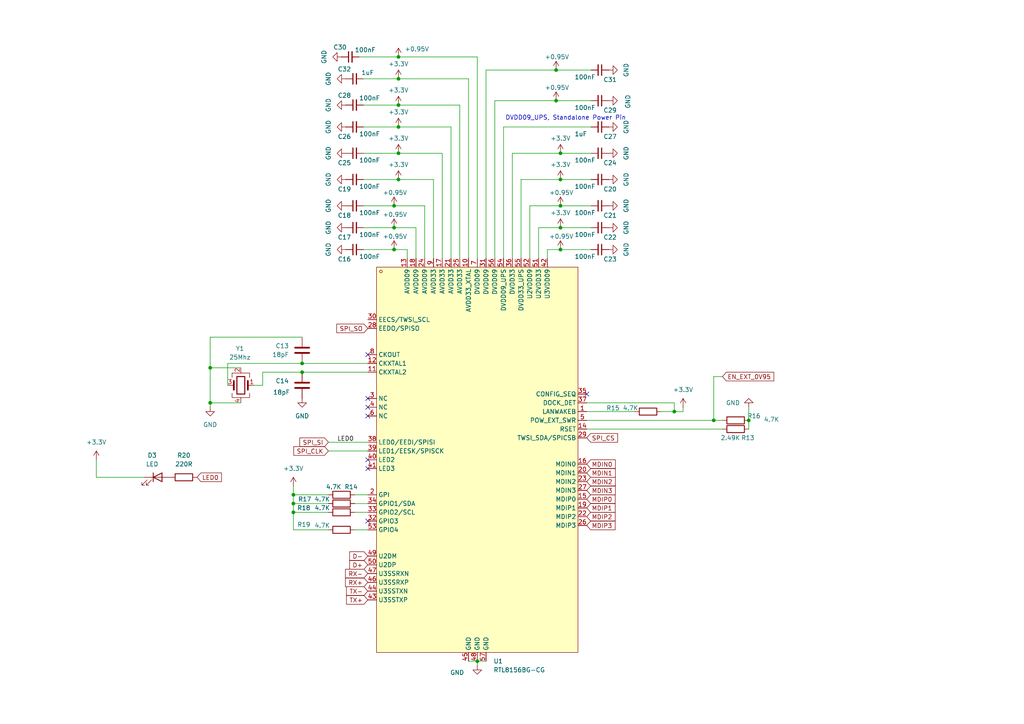
<source format=kicad_sch>
(kicad_sch (version 20250114) (generator "eeschema") (generator_version "9.0")
  (paper "A4")
  (lib_symbols
    (symbol "Device:C" (pin_numbers (hide yes)) (pin_names (offset 0.254))
      (property "Reference" "C" (at 0.635 2.54 0))
      (property "Value" "C" (at 0.635 -2.54 0))
      (symbol "C_0_1"
        (polyline (pts (xy -2.032 0.762) (xy 2.032 0.762)) (stroke (width 0.508)))
        (polyline (pts (xy -2.032 -0.762) (xy 2.032 -0.762)) (stroke (width 0.508)))
      )
      (symbol "C_1_1"
        (pin passive line (at 0 3.81 270) (length 2.794) (name "~") (number "1"))
        (pin passive line (at 0 -3.81 90) (length 2.794) (name "~") (number "2"))
      )
    )
    (symbol "Device:C_Small" (pin_numbers (hide yes)) (pin_names (offset 0.254) (hide yes))
      (property "Reference" "C" (at 0.254 1.778 0))
      (property "Value" "C_Small" (at 0.254 -2.032 0))
      (symbol "C_Small_0_1"
        (polyline (pts (xy -1.524 0.508) (xy 1.524 0.508)) (stroke (width 0.3048)))
        (polyline (pts (xy -1.524 -0.508) (xy 1.524 -0.508)) (stroke (width 0.3302)))
      )
      (symbol "C_Small_1_1"
        (pin passive line (at 0 2.54 270) (length 2.032) (name "~") (number "1"))
        (pin passive line (at 0 -2.54 90) (length 2.032) (name "~") (number "2"))
      )
    )
    (symbol "Device:Crystal_GND24" (pin_names (offset 1.016) (hide yes))
      (property "Reference" "Y" (at 3.175 5.08 0))
      (property "Value" "Crystal_GND24" (at 3.175 3.175 0))
      (symbol "Crystal_GND24_0_1"
        (polyline (pts (xy -2.54 2.286) (xy -2.54 3.556) (xy 2.54 3.556) (xy 2.54 2.286)))
        (polyline (pts (xy -2.54 0) (xy -2.032 0)))
        (polyline (pts (xy -2.54 -2.286) (xy -2.54 -3.556) (xy 2.54 -3.556) (xy 2.54 -2.286)))
        (polyline (pts (xy -2.032 -1.27) (xy -2.032 1.27)) (stroke (width 0.508)))
        (rectangle (start -1.143 2.54) (end 1.143 -2.54) (stroke (width 0.3048)))
        (polyline (pts (xy 0 3.556) (xy 0 3.81)))
        (polyline (pts (xy 0 -3.81) (xy 0 -3.556)))
        (polyline (pts (xy 2.032 0) (xy 2.54 0)))
        (polyline (pts (xy 2.032 -1.27) (xy 2.032 1.27)) (stroke (width 0.508)))
      )
      (symbol "Crystal_GND24_1_1"
        (pin passive line (at -3.81 0 0) (length 1.27) (name "1") (number "1"))
        (pin passive line (at 0 5.08 270) (length 1.27) (name "2") (number "2"))
        (pin passive line (at 0 -5.08 90) (length 1.27) (name "4") (number "4"))
        (pin passive line (at 3.81 0 180) (length 1.27) (name "3") (number "3"))
      )
    )
    (symbol "Device:LED" (pin_numbers (hide yes)) (pin_names (offset 1.016) (hide yes))
      (property "Reference" "D" (at 0 2.54 0))
      (property "Value" "LED" (at 0 -2.54 0))
      (symbol "LED_0_1"
        (polyline (pts (xy -3.048 -0.762) (xy -4.572 -2.286) (xy -3.81 -2.286) (xy -4.572 -2.286) (xy -4.572 -1.524)))
        (polyline (pts (xy -1.778 -0.762) (xy -3.302 -2.286) (xy -2.54 -2.286) (xy -3.302 -2.286) (xy -3.302 -1.524)))
        (polyline (pts (xy -1.27 0) (xy 1.27 0)))
        (polyline (pts (xy -1.27 -1.27) (xy -1.27 1.27)) (stroke (width 0.254)))
        (polyline (pts (xy 1.27 -1.27) (xy 1.27 1.27) (xy -1.27 0) (xy 1.27 -1.27)) (stroke (width 0.254)))
      )
      (symbol "LED_1_1"
        (pin passive line (at -3.81 0 0) (length 2.54) (name "K") (number "1"))
        (pin passive line (at 3.81 0 180) (length 2.54) (name "A") (number "2"))
      )
    )
    (symbol "Device:R" (pin_numbers (hide yes)) (pin_names (offset 0))
      (property "Reference" "R" (at 2.032 0 90))
      (property "Value" "R" (at 0 0 90))
      (symbol "R_0_1"
        (rectangle (start -1.016 -2.54) (end 1.016 2.54) (stroke (width 0.254)))
      )
      (symbol "R_1_1"
        (pin passive line (at 0 3.81 270) (length 1.27) (name "~") (number "1"))
        (pin passive line (at 0 -3.81 90) (length 1.27) (name "~") (number "2"))
      )
    )
    (symbol "da:RTL8156BG-CG"
      (property "Reference" "U" (at 0 63.5 0))
      (property "Value" "RTL8156BG-CG" (at 0 -63.5 0))
      (symbol "RTL8156BG-CG_0_1"
        (rectangle (start -29.21 55.88) (end 29.21 -55.88) (fill (type background)))
        (circle (center -27.94 54.61) (radius 0.38))
        (pin unspecified line (at -31.75 40.64 0) (length 2.54) (name "EECS/TWSI_SCL") (number "30"))
        (pin unspecified line (at -31.75 38.1 0) (length 2.54) (name "EEDO/SPISO") (number "28"))
        (pin unspecified line (at -31.75 30.48 0) (length 2.54) (name "CKOUT") (number "8"))
        (pin unspecified line (at -31.75 27.94 0) (length 2.54) (name "CKXTAL1") (number "12"))
        (pin unspecified line (at -31.75 25.4 0) (length 2.54) (name "CKXTAL2") (number "11"))
        (pin unspecified line (at -31.75 17.78 0) (length 2.54) (name "NC") (number "3"))
        (pin unspecified line (at -31.75 15.24 0) (length 2.54) (name "NC") (number "4"))
        (pin unspecified line (at -31.75 12.7 0) (length 2.54) (name "NC") (number "6"))
        (pin unspecified line (at -31.75 5.08 0) (length 2.54) (name "LED0/EEDI/SPISI") (number "38"))
        (pin unspecified line (at -31.75 2.54 0) (length 2.54) (name "LED1/EESK/SPISCK") (number "39"))
        (pin unspecified line (at -31.75 0 0) (length 2.54) (name "LED2") (number "40"))
        (pin unspecified line (at -31.75 -2.54 0) (length 2.54) (name "LED3") (number "41"))
        (pin unspecified line (at -31.75 -10.16 0) (length 2.54) (name "GPI") (number "2"))
        (pin unspecified line (at -31.75 -12.7 0) (length 2.54) (name "GPIO1/SDA") (number "34"))
        (pin unspecified line (at -31.75 -15.24 0) (length 2.54) (name "GPIO2/SCL") (number "33"))
        (pin unspecified line (at -31.75 -17.78 0) (length 2.54) (name "GPIO3") (number "32"))
        (pin unspecified line (at -31.75 -20.32 0) (length 2.54) (name "GPIO4") (number "53"))
        (pin unspecified line (at -31.75 -27.94 0) (length 2.54) (name "U2DM") (number "49"))
        (pin unspecified line (at -31.75 -30.48 0) (length 2.54) (name "U2DP") (number "50"))
        (pin unspecified line (at -31.75 -33.02 0) (length 2.54) (name "U3SSRXN") (number "47"))
        (pin unspecified line (at -31.75 -35.56 0) (length 2.54) (name "U3SSRXP") (number "46"))
        (pin unspecified line (at -31.75 -38.1 0) (length 2.54) (name "U3SSTXN") (number "44"))
        (pin unspecified line (at -31.75 -40.64 0) (length 2.54) (name "U3SSTXP") (number "43"))
        (pin unspecified line (at -20.32 58.42 270) (length 2.54) (name "AVDD09") (number "13"))
        (pin unspecified line (at -17.78 58.42 270) (length 2.54) (name "AVDD09") (number "18"))
        (pin unspecified line (at -15.24 58.42 270) (length 2.54) (name "AVDD09") (number "24"))
        (pin unspecified line (at -12.7 58.42 270) (length 2.54) (name "AVDD33") (number "9"))
        (pin unspecified line (at -10.16 58.42 270) (length 2.54) (name "AVDD33") (number "17"))
        (pin unspecified line (at -7.62 58.42 270) (length 2.54) (name "AVDD33") (number "21"))
        (pin unspecified line (at -5.08 58.42 270) (length 2.54) (name "AVDD33") (number "25"))
        (pin unspecified line (at -2.54 58.42 270) (length 2.54) (name "AVDD33_XTAL") (number "10"))
        (pin unspecified line (at -2.54 -58.42 90) (length 2.54) (name "GND") (number "45"))
        (pin unspecified line (at 0 58.42 270) (length 2.54) (name "DVDD09") (number "7"))
        (pin unspecified line (at 0 -58.42 90) (length 2.54) (name "GND") (number "48"))
        (pin unspecified line (at 2.54 58.42 270) (length 2.54) (name "DVDD09") (number "31"))
        (pin unspecified line (at 2.54 -58.42 90) (length 2.54) (name "GND") (number "57"))
        (pin unspecified line (at 5.08 58.42 270) (length 2.54) (name "DVDD09") (number "56"))
        (pin unspecified line (at 7.62 58.42 270) (length 2.54) (name "DVDD09_UPS") (number "54"))
        (pin unspecified line (at 10.16 58.42 270) (length 2.54) (name "DVDD33") (number "36"))
        (pin unspecified line (at 12.7 58.42 270) (length 2.54) (name "DVDD33_UPS") (number "55"))
        (pin unspecified line (at 15.24 58.42 270) (length 2.54) (name "U2VDD09") (number "52"))
        (pin unspecified line (at 17.78 58.42 270) (length 2.54) (name "U2VDD33") (number "51"))
        (pin unspecified line (at 20.32 58.42 270) (length 2.54) (name "U3VDD09") (number "42"))
        (pin unspecified line (at 31.75 19.05 180) (length 2.54) (name "CONFIG_SEQ") (number "35"))
        (pin unspecified line (at 31.75 16.51 180) (length 2.54) (name "DOCK_DET") (number "37"))
        (pin unspecified line (at 31.75 13.97 180) (length 2.54) (name "LANWAKEB") (number "1"))
        (pin unspecified line (at 31.75 11.43 180) (length 2.54) (name "POW_EXT_SWR") (number "5"))
        (pin unspecified line (at 31.75 8.89 180) (length 2.54) (name "RSET") (number "14"))
        (pin unspecified line (at 31.75 6.35 180) (length 2.54) (name "TWSI_SDA/SPICSB") (number "29"))
        (pin unspecified line (at 31.75 -1.27 180) (length 2.54) (name "MDIN0") (number "16"))
        (pin unspecified line (at 31.75 -3.81 180) (length 2.54) (name "MDIN1") (number "20"))
        (pin unspecified line (at 31.75 -6.35 180) (length 2.54) (name "MDIN2") (number "23"))
        (pin unspecified line (at 31.75 -8.89 180) (length 2.54) (name "MDIN3") (number "27"))
        (pin unspecified line (at 31.75 -11.43 180) (length 2.54) (name "MDIP0") (number "15"))
        (pin unspecified line (at 31.75 -13.97 180) (length 2.54) (name "MDIP1") (number "19"))
        (pin unspecified line (at 31.75 -16.51 180) (length 2.54) (name "MDIP2") (number "22"))
        (pin unspecified line (at 31.75 -19.05 180) (length 2.54) (name "MDIP3") (number "26"))
      )
    )
    (symbol "power:+1V0" (power) (pin_numbers (hide yes)) (pin_names (offset 0) (hide yes))
      (property "Value" "+1V0" (at 0 3.556 0))
      (symbol "+1V0_0_1"
        (polyline (pts (xy -0.762 1.27) (xy 0 2.54)))
        (polyline (pts (xy 0 2.54) (xy 0.762 1.27)))
        (polyline (pts (xy 0 0) (xy 0 2.54)))
      )
      (symbol "+1V0_1_1"
        (pin power_in line (at 0 0 90) (length 0) (name "~") (number "1"))
      )
    )
    (symbol "power:+3.3V" (power) (pin_numbers (hide yes)) (pin_names (offset 0) (hide yes))
      (property "Value" "+3.3V" (at 0 3.556 0))
      (symbol "+3.3V_0_1"
        (polyline (pts (xy -0.762 1.27) (xy 0 2.54)))
        (polyline (pts (xy 0 2.54) (xy 0.762 1.27)))
        (polyline (pts (xy 0 0) (xy 0 2.54)))
      )
      (symbol "+3.3V_1_1"
        (pin power_in line (at 0 0 90) (length 0) (name "~") (number "1"))
      )
    )
    (symbol "power:GND" (power) (pin_numbers (hide yes)) (pin_names (offset 0) (hide yes))
      (property "Value" "GND" (at 0 -3.81 0))
      (symbol "GND_0_1"
        (polyline (pts (xy 0 0) (xy 0 -1.27) (xy 1.27 -1.27) (xy 0 -2.54) (xy -1.27 -1.27) (xy 0 -1.27)))
      )
      (symbol "GND_1_1"
        (pin power_in line (at 0 0 270) (length 0) (name "~") (number "1"))
      )
    )
  )
  (text "DVDD09_UPS, Standalone Power Pin" (at 164.084 34.29 0) (effects (font (size 1.27 1.27))))
  (junction (at 87.63 105.41))
  (junction (at 162.56 44.45))
  (junction (at 207.01 121.92))
  (junction (at 162.56 59.69))
  (junction (at 195.58 119.38))
  (junction (at 85.09 148.59))
  (junction (at 162.56 72.39))
  (junction (at 115.57 16.51))
  (junction (at 85.09 143.51))
  (junction (at 87.63 107.95))
  (junction (at 115.57 44.45))
  (junction (at 162.56 52.07))
  (junction (at 161.29 29.21))
  (junction (at 162.56 66.04))
  (junction (at 161.29 20.32))
  (junction (at 60.96 116.84))
  (junction (at 114.3 72.39))
  (junction (at 85.09 146.05))
  (junction (at 114.3 59.69))
  (junction (at 115.57 30.48))
  (junction (at 115.57 36.83))
  (junction (at 217.17 121.92))
  (junction (at 114.3 66.04))
  (junction (at 115.57 52.07))
  (junction (at 115.57 22.86))
  (junction (at 60.96 106.68))
  (junction (at 138.43 191.77))
  (no_connect (at 106.68 115.57))
  (no_connect (at 106.68 120.65))
  (no_connect (at 106.68 102.87))
  (no_connect (at 106.68 133.35))
  (no_connect (at 106.68 118.11))
  (no_connect (at 170.18 114.3))
  (no_connect (at 106.68 151.13))
  (no_connect (at 106.68 135.89))
  (wire (pts (xy 115.57 22.86) (xy 135.89 22.86)))
  (wire (pts (xy 161.29 20.32) (xy 171.45 20.32)))
  (wire (pts (xy 87.63 105.41) (xy 66.04 105.41)))
  (wire (pts (xy 170.18 121.92) (xy 207.01 121.92)))
  (wire (pts (xy 135.89 191.77) (xy 138.43 191.77)))
  (wire (pts (xy 85.09 146.05) (xy 95.25 146.05)))
  (wire (pts (xy 85.09 143.51) (xy 95.25 143.51)))
  (wire (pts (xy 171.45 59.69) (xy 162.56 59.69)))
  (wire (pts (xy 170.18 124.46) (xy 209.55 124.46)))
  (wire (pts (xy 120.65 66.04) (xy 120.65 74.93)))
  (wire (pts (xy 133.35 30.48) (xy 133.35 74.93)))
  (wire (pts (xy 85.09 148.59) (xy 95.25 148.59)))
  (wire (pts (xy 104.14 16.51) (xy 115.57 16.51)))
  (wire (pts (xy 105.41 59.69) (xy 114.3 59.69)))
  (wire (pts (xy 209.55 109.22) (xy 207.01 109.22)))
  (wire (pts (xy 198.12 119.38) (xy 195.58 119.38)))
  (wire (pts (xy 207.01 109.22) (xy 207.01 121.92)))
  (wire (pts (xy 123.19 59.69) (xy 123.19 74.93)))
  (wire (pts (xy 171.45 66.04) (xy 162.56 66.04)))
  (wire (pts (xy 146.05 36.83) (xy 146.05 74.93)))
  (wire (pts (xy 85.09 146.05) (xy 85.09 143.51)))
  (wire (pts (xy 198.12 118.11) (xy 198.12 119.38)))
  (wire (pts (xy 195.58 119.38) (xy 191.77 119.38)))
  (wire (pts (xy 106.68 105.41) (xy 87.63 105.41)))
  (wire (pts (xy 102.87 148.59) (xy 106.68 148.59)))
  (wire (pts (xy 162.56 44.45) (xy 171.45 44.45)))
  (wire (pts (xy 76.2 111.76) (xy 76.2 107.95)))
  (wire (pts (xy 85.09 140.97) (xy 85.09 143.51)))
  (wire (pts (xy 140.97 20.32) (xy 140.97 74.93)))
  (wire (pts (xy 85.09 148.59) (xy 85.09 146.05)))
  (wire (pts (xy 138.43 191.77) (xy 140.97 191.77)))
  (wire (pts (xy 158.75 72.39) (xy 158.75 74.93)))
  (wire (pts (xy 105.41 52.07) (xy 115.57 52.07)))
  (wire (pts (xy 114.3 72.39) (xy 118.11 72.39)))
  (wire (pts (xy 135.89 22.86) (xy 135.89 74.93)))
  (wire (pts (xy 184.15 119.38) (xy 170.18 119.38)))
  (wire (pts (xy 66.04 105.41) (xy 66.04 111.76)))
  (wire (pts (xy 148.59 44.45) (xy 162.56 44.45)))
  (wire (pts (xy 130.81 36.83) (xy 130.81 74.93)))
  (wire (pts (xy 195.58 116.84) (xy 195.58 119.38)))
  (wire (pts (xy 102.87 146.05) (xy 106.68 146.05)))
  (wire (pts (xy 156.21 66.04) (xy 156.21 74.93)))
  (wire (pts (xy 125.73 52.07) (xy 125.73 74.93)))
  (wire (pts (xy 114.3 66.04) (xy 120.65 66.04)))
  (wire (pts (xy 162.56 72.39) (xy 158.75 72.39)))
  (wire (pts (xy 60.96 106.68) (xy 60.96 116.84)))
  (wire (pts (xy 69.85 106.68) (xy 60.96 106.68)))
  (wire (pts (xy 105.41 22.86) (xy 115.57 22.86)))
  (wire (pts (xy 148.59 44.45) (xy 148.59 74.93)))
  (wire (pts (xy 85.09 153.67) (xy 95.25 153.67)))
  (wire (pts (xy 138.43 191.77) (xy 138.43 193.04)))
  (wire (pts (xy 115.57 52.07) (xy 125.73 52.07)))
  (wire (pts (xy 115.57 44.45) (xy 105.41 44.45)))
  (wire (pts (xy 95.25 128.27) (xy 106.68 128.27)))
  (wire (pts (xy 128.27 44.45) (xy 128.27 74.93)))
  (wire (pts (xy 161.29 29.21) (xy 143.51 29.21)))
  (wire (pts (xy 102.87 143.51) (xy 106.68 143.51)))
  (wire (pts (xy 105.41 30.48) (xy 115.57 30.48)))
  (wire (pts (xy 217.17 124.46) (xy 217.17 121.92)))
  (wire (pts (xy 114.3 59.69) (xy 123.19 59.69)))
  (wire (pts (xy 118.11 72.39) (xy 118.11 74.93)))
  (wire (pts (xy 115.57 30.48) (xy 133.35 30.48)))
  (wire (pts (xy 151.13 52.07) (xy 151.13 74.93)))
  (wire (pts (xy 87.63 97.79) (xy 60.96 97.79)))
  (wire (pts (xy 171.45 72.39) (xy 162.56 72.39)))
  (wire (pts (xy 143.51 29.21) (xy 143.51 74.93)))
  (wire (pts (xy 170.18 116.84) (xy 195.58 116.84)))
  (wire (pts (xy 102.87 153.67) (xy 106.68 153.67)))
  (wire (pts (xy 85.09 153.67) (xy 85.09 148.59)))
  (wire (pts (xy 140.97 20.32) (xy 161.29 20.32)))
  (wire (pts (xy 115.57 16.51) (xy 138.43 16.51)))
  (wire (pts (xy 105.41 66.04) (xy 114.3 66.04)))
  (wire (pts (xy 153.67 59.69) (xy 153.67 74.93)))
  (wire (pts (xy 217.17 121.92) (xy 217.17 118.11)))
  (wire (pts (xy 69.85 116.84) (xy 60.96 116.84)))
  (wire (pts (xy 138.43 16.51) (xy 138.43 74.93)))
  (wire (pts (xy 95.25 130.81) (xy 106.68 130.81)))
  (wire (pts (xy 115.57 36.83) (xy 130.81 36.83)))
  (wire (pts (xy 27.94 133.35) (xy 27.94 138.43)))
  (wire (pts (xy 171.45 36.83) (xy 146.05 36.83)))
  (wire (pts (xy 27.94 138.43) (xy 41.91 138.43)))
  (wire (pts (xy 106.68 107.95) (xy 87.63 107.95)))
  (wire (pts (xy 171.45 29.21) (xy 161.29 29.21)))
  (wire (pts (xy 171.45 52.07) (xy 162.56 52.07)))
  (wire (pts (xy 162.56 66.04) (xy 156.21 66.04)))
  (wire (pts (xy 60.96 97.79) (xy 60.96 106.68)))
  (wire (pts (xy 105.41 36.83) (xy 115.57 36.83)))
  (wire (pts (xy 207.01 121.92) (xy 209.55 121.92)))
  (wire (pts (xy 76.2 111.76) (xy 73.66 111.76)))
  (wire (pts (xy 162.56 52.07) (xy 151.13 52.07)))
  (wire (pts (xy 87.63 107.95) (xy 76.2 107.95)))
  (wire (pts (xy 162.56 59.69) (xy 153.67 59.69)))
  (wire (pts (xy 60.96 116.84) (xy 60.96 118.11)))
  (wire (pts (xy 128.27 44.45) (xy 115.57 44.45)))
  (wire (pts (xy 105.41 72.39) (xy 114.3 72.39)))
  (label "LED0" (at 97.79 128.27 0))
  (global_label "SPI_SI" (shape input) (at 95.25 128.27 180) (property "Intersheetrefs" "${INTERSHEET_REFS}" (effects (hide yes))))
  (global_label "D+" (shape input) (at 106.68 163.83 180) (property "Intersheetrefs" "${INTERSHEET_REFS}" (effects (hide yes))))
  (global_label "MDIP3" (shape input) (at 170.18 152.4 0) (property "Intersheetrefs" "${INTERSHEET_REFS}" (effects (hide yes))))
  (global_label "EN_EXT_0V95" (shape input) (at 209.55 109.22 0) (property "Intersheetrefs" "${INTERSHEET_REFS}" (effects (hide yes))))
  (global_label "MDIP0" (shape input) (at 170.18 144.78 0) (property "Intersheetrefs" "${INTERSHEET_REFS}" (effects (hide yes))))
  (global_label "SPI_CLK" (shape input) (at 95.25 130.81 180) (property "Intersheetrefs" "${INTERSHEET_REFS}" (effects (hide yes))))
  (global_label "SPI_CS" (shape input) (at 170.18 127 0) (property "Intersheetrefs" "${INTERSHEET_REFS}" (effects (hide yes))))
  (global_label "MDIN2" (shape input) (at 170.18 139.7 0) (property "Intersheetrefs" "${INTERSHEET_REFS}" (effects (hide yes))))
  (global_label "MDIN1" (shape input) (at 170.18 137.16 0) (property "Intersheetrefs" "${INTERSHEET_REFS}" (effects (hide yes))))
  (global_label "MDIP1" (shape input) (at 170.18 147.32 0) (property "Intersheetrefs" "${INTERSHEET_REFS}" (effects (hide yes))))
  (global_label "TX+" (shape input) (at 106.68 173.99 180) (property "Intersheetrefs" "${INTERSHEET_REFS}" (effects (hide yes))))
  (global_label "MDIP2" (shape input) (at 170.18 149.86 0) (property "Intersheetrefs" "${INTERSHEET_REFS}" (effects (hide yes))))
  (global_label "D-" (shape input) (at 106.68 161.29 180) (property "Intersheetrefs" "${INTERSHEET_REFS}" (effects (hide yes))))
  (global_label "TX-" (shape input) (at 106.68 171.45 180) (property "Intersheetrefs" "${INTERSHEET_REFS}" (effects (hide yes))))
  (global_label "RX-" (shape input) (at 106.68 166.37 180) (property "Intersheetrefs" "${INTERSHEET_REFS}" (effects (hide yes))))
  (global_label "RX+" (shape input) (at 106.68 168.91 180) (property "Intersheetrefs" "${INTERSHEET_REFS}" (effects (hide yes))))
  (global_label "SPI_SO" (shape input) (at 106.68 95.25 180) (property "Intersheetrefs" "${INTERSHEET_REFS}" (effects (hide yes))))
  (global_label "MDIN0" (shape input) (at 170.18 134.62 0) (property "Intersheetrefs" "${INTERSHEET_REFS}" (effects (hide yes))))
  (global_label "LED0" (shape input) (at 57.15 138.43 0) (property "Intersheetrefs" "${INTERSHEET_REFS}" (effects (hide yes))))
  (global_label "MDIN3" (shape input) (at 170.18 142.24 0) (property "Intersheetrefs" "${INTERSHEET_REFS}" (effects (hide yes))))
  (symbol (lib_id "Device:C") (at 87.63 101.6 0) (mirror y) (unit 1)
    (property "Reference" "C13" (at 83.82 100.3299 0) (effects (justify left)))
    (property "Value" "18pF" (at 83.82 102.8699 0) (effects (justify left)))
    (property "Footprint" "Capacitor_SMD:C_0402_1005Metric" (effects (hide yes)))
    (property "Description" "Unpolarized capacitor" (effects (hide yes)))
  )
  (symbol (lib_id "power:GND") (at 176.53 20.32 90) (mirror x) (unit 1)
    (property "Reference" "#PWR057" (effects (hide yes)))
    (property "Value" "GND" (at 181.61 20.32 0))
    (property "Description" "Power symbol creates a global label with name \"GND\" , ground" (effects (hide yes)))
  )
  (symbol (lib_id "Device:C_Small") (at 102.87 52.07 90) (unit 1)
    (property "Reference" "C19" (at 101.854 54.864 90) (effects (justify left)))
    (property "Value" "100nF" (at 110.236 54.102 90) (effects (justify left)))
    (property "Footprint" "Capacitor_SMD:C_0402_1005Metric" (effects (hide yes)))
    (property "Description" "Unpolarized capacitor, small symbol" (effects (hide yes)))
  )
  (symbol (lib_id "Device:R") (at 187.96 119.38 270) (mirror x) (unit 1)
    (property "Reference" "R15" (at 177.8 118.364 90))
    (property "Value" "4.7K" (at 182.88 118.364 90))
    (property "Footprint" "Resistor_SMD:R_0402_1005Metric" (effects (hide yes)))
    (property "Description" "Resistor" (effects (hide yes)))
  )
  (symbol (lib_id "power:+3.3V") (at 115.57 30.48 0) (unit 1)
    (property "Reference" "#PWR074" (effects (hide yes)))
    (property "Value" "+3.3V" (at 115.57 26.162 0))
    (property "Description" "Power symbol creates a global label with name \"+3.3V\"" (effects (hide yes)))
  )
  (symbol (lib_id "power:+1V0") (at 114.3 59.69 0) (unit 1)
    (property "Reference" "#PWR062" (effects (hide yes)))
    (property "Value" "+0.95V" (at 114.554 55.88 0))
    (property "Description" "Power symbol creates a global label with name \"+1V0\"" (effects (hide yes)))
  )
  (symbol (lib_id "power:GND") (at 100.33 30.48 270) (mirror x) (unit 1)
    (property "Reference" "#PWR054" (effects (hide yes)))
    (property "Value" "GND" (at 95.25 30.48 0))
    (property "Description" "Power symbol creates a global label with name \"GND\" , ground" (effects (hide yes)))
  )
  (symbol (lib_id "power:GND") (at 99.06 16.51 270) (mirror x) (unit 1)
    (property "Reference" "#PWR056" (effects (hide yes)))
    (property "Value" "GND" (at 93.98 16.51 0))
    (property "Description" "Power symbol creates a global label with name \"GND\" , ground" (effects (hide yes)))
  )
  (symbol (lib_id "Device:C_Small") (at 173.99 66.04 270) (mirror x) (unit 1)
    (property "Reference" "C22" (at 175.006 68.834 90) (effects (justify left)))
    (property "Value" "100nF" (at 166.624 68.072 90) (effects (justify left)))
    (property "Footprint" "Capacitor_SMD:C_0402_1005Metric" (effects (hide yes)))
    (property "Description" "Unpolarized capacitor, small symbol" (effects (hide yes)))
  )
  (symbol (lib_id "power:GND") (at 100.33 66.04 270) (unit 1)
    (property "Reference" "#PWR043" (effects (hide yes)))
    (property "Value" "GND" (at 95.25 66.04 0))
    (property "Description" "Power symbol creates a global label with name \"GND\" , ground" (effects (hide yes)))
  )
  (symbol (lib_id "Device:C_Small") (at 101.6 16.51 90) (mirror x) (unit 1)
    (property "Reference" "C30" (at 100.584 13.716 90) (effects (justify left)))
    (property "Value" "100nF" (at 108.966 14.478 90) (effects (justify left)))
    (property "Footprint" "Capacitor_SMD:C_0402_1005Metric" (effects (hide yes)))
    (property "Description" "Unpolarized capacitor, small symbol" (effects (hide yes)))
  )
  (symbol (lib_id "Device:C_Small") (at 173.99 36.83 270) (mirror x) (unit 1)
    (property "Reference" "C27" (at 175.006 39.624 90) (effects (justify left)))
    (property "Value" "1uF" (at 166.624 38.862 90) (effects (justify left)))
    (property "Footprint" "Capacitor_SMD:C_0603_1608Metric" (effects (hide yes)))
    (property "Description" "Unpolarized capacitor, small symbol" (effects (hide yes)))
  )
  (symbol (lib_id "Device:R") (at 99.06 148.59 270) (mirror x) (unit 1)
    (property "Reference" "R18" (at 88.138 147.32 90))
    (property "Value" "4.7K" (at 93.472 147.32 90))
    (property "Footprint" "Resistor_SMD:R_0402_1005Metric" (effects (hide yes)))
    (property "Description" "Resistor" (effects (hide yes)))
  )
  (symbol (lib_id "Device:C_Small") (at 173.99 52.07 270) (mirror x) (unit 1)
    (property "Reference" "C20" (at 175.006 54.864 90) (effects (justify left)))
    (property "Value" "100nF" (at 166.624 54.102 90) (effects (justify left)))
    (property "Footprint" "Capacitor_SMD:C_0402_1005Metric" (effects (hide yes)))
    (property "Description" "Unpolarized capacitor, small symbol" (effects (hide yes)))
  )
  (symbol (lib_id "Device:C_Small") (at 102.87 36.83 90) (unit 1)
    (property "Reference" "C26" (at 101.854 39.624 90) (effects (justify left)))
    (property "Value" "100nF" (at 110.236 38.862 90) (effects (justify left)))
    (property "Footprint" "Capacitor_SMD:C_0402_1005Metric" (effects (hide yes)))
    (property "Description" "Unpolarized capacitor, small symbol" (effects (hide yes)))
  )
  (symbol (lib_id "Device:C_Small") (at 173.99 29.21 270) (mirror x) (unit 1)
    (property "Reference" "C29" (at 175.006 32.004 90) (effects (justify left)))
    (property "Value" "100nF" (at 166.624 31.242 90) (effects (justify left)))
    (property "Footprint" "Capacitor_SMD:C_0402_1005Metric" (effects (hide yes)))
    (property "Description" "Unpolarized capacitor, small symbol" (effects (hide yes)))
  )
  (symbol (lib_id "power:+3.3V") (at 27.94 133.35 0) (unit 1)
    (property "Reference" "#PWR024" (effects (hide yes)))
    (property "Value" "+3.3V" (at 27.94 128.27 0))
    (property "Description" "Power symbol creates a global label with name \"+3.3V\"" (effects (hide yes)))
  )
  (symbol (lib_id "power:GND") (at 87.63 115.57 0) (mirror y) (unit 1)
    (property "Reference" "#PWR028" (effects (hide yes)))
    (property "Value" "GND" (at 87.63 120.65 0))
    (property "Description" "Power symbol creates a global label with name \"GND\" , ground" (effects (hide yes)))
  )
  (symbol (lib_id "power:+1V0") (at 161.29 20.32 0) (unit 1)
    (property "Reference" "#PWR069" (effects (hide yes)))
    (property "Value" "+0.95V" (at 161.544 16.51 0))
    (property "Description" "Power symbol creates a global label with name \"+1V0\"" (effects (hide yes)))
  )
  (symbol (lib_id "Device:R") (at 99.06 146.05 270) (mirror x) (unit 1)
    (property "Reference" "R17" (at 88.392 144.78 90))
    (property "Value" "4.7K" (at 93.472 144.78 90))
    (property "Footprint" "Resistor_SMD:R_0402_1005Metric" (effects (hide yes)))
    (property "Description" "Resistor" (effects (hide yes)))
  )
  (symbol (lib_id "Device:C_Small") (at 173.99 20.32 270) (mirror x) (unit 1)
    (property "Reference" "C31" (at 175.006 23.114 90) (effects (justify left)))
    (property "Value" "100nF" (at 166.624 22.352 90) (effects (justify left)))
    (property "Footprint" "Capacitor_SMD:C_0402_1005Metric" (effects (hide yes)))
    (property "Description" "Unpolarized capacitor, small symbol" (effects (hide yes)))
  )
  (symbol (lib_id "power:GND") (at 176.53 44.45 90) (mirror x) (unit 1)
    (property "Reference" "#PWR050" (effects (hide yes)))
    (property "Value" "GND" (at 181.61 44.45 0))
    (property "Description" "Power symbol creates a global label with name \"GND\" , ground" (effects (hide yes)))
  )
  (symbol (lib_id "power:+3.3V") (at 115.57 36.83 0) (unit 1)
    (property "Reference" "#PWR073" (effects (hide yes)))
    (property "Value" "+3.3V" (at 115.57 32.512 0))
    (property "Description" "Power symbol creates a global label with name \"+3.3V\"" (effects (hide yes)))
  )
  (symbol (lib_id "power:+3.3V") (at 85.09 140.97 0) (unit 1)
    (property "Reference" "#PWR01" (effects (hide yes)))
    (property "Value" "+3.3V" (at 85.09 135.89 0))
    (property "Description" "Power symbol creates a global label with name \"+3.3V\"" (effects (hide yes)))
  )
  (symbol (lib_id "Device:C_Small") (at 102.87 66.04 90) (unit 1)
    (property "Reference" "C17" (at 101.854 68.834 90) (effects (justify left)))
    (property "Value" "100nF" (at 110.236 68.072 90) (effects (justify left)))
    (property "Footprint" "Capacitor_SMD:C_0402_1005Metric" (effects (hide yes)))
    (property "Description" "Unpolarized capacitor, small symbol" (effects (hide yes)))
  )
  (symbol (lib_id "power:GND") (at 138.43 193.04 0) (mirror y) (unit 1)
    (property "Reference" "#PWR035" (effects (hide yes)))
    (property "Value" "GND" (at 132.588 195.072 0))
    (property "Description" "Power symbol creates a global label with name \"GND\" , ground" (effects (hide yes)))
  )
  (symbol (lib_id "power:+3.3V") (at 115.57 52.07 0) (unit 1)
    (property "Reference" "#PWR071" (effects (hide yes)))
    (property "Value" "+3.3V" (at 115.57 47.752 0))
    (property "Description" "Power symbol creates a global label with name \"+3.3V\"" (effects (hide yes)))
  )
  (symbol (lib_id "power:+1V0") (at 161.29 29.21 0) (unit 1)
    (property "Reference" "#PWR068" (effects (hide yes)))
    (property "Value" "+0.95V" (at 161.544 25.4 0))
    (property "Description" "Power symbol creates a global label with name \"+1V0\"" (effects (hide yes)))
  )
  (symbol (lib_id "power:GND") (at 176.53 36.83 90) (mirror x) (unit 1)
    (property "Reference" "#PWR053" (effects (hide yes)))
    (property "Value" "GND" (at 181.61 36.83 0))
    (property "Description" "Power symbol creates a global label with name \"GND\" , ground" (effects (hide yes)))
  )
  (symbol (lib_id "power:+3.3V") (at 115.57 44.45 0) (unit 1)
    (property "Reference" "#PWR072" (effects (hide yes)))
    (property "Value" "+3.3V" (at 115.57 40.132 0))
    (property "Description" "Power symbol creates a global label with name \"+3.3V\"" (effects (hide yes)))
  )
  (symbol (lib_id "Device:R") (at 99.06 143.51 90) (unit 1)
    (property "Reference" "R14" (at 101.854 141.224 90))
    (property "Value" "4.7K" (at 96.774 141.224 90))
    (property "Footprint" "Resistor_SMD:R_0402_1005Metric" (effects (hide yes)))
    (property "Description" "Resistor" (effects (hide yes)))
  )
  (symbol (lib_id "power:+3.3V") (at 162.56 52.07 0) (unit 1)
    (property "Reference" "#PWR066" (effects (hide yes)))
    (property "Value" "+3.3V" (at 162.56 47.752 0))
    (property "Description" "Power symbol creates a global label with name \"+3.3V\"" (effects (hide yes)))
  )
  (symbol (lib_id "power:GND") (at 176.53 59.69 90) (mirror x) (unit 1)
    (property "Reference" "#PWR047" (effects (hide yes)))
    (property "Value" "GND" (at 181.61 59.69 0))
    (property "Description" "Power symbol creates a global label with name \"GND\" , ground" (effects (hide yes)))
  )
  (symbol (lib_id "power:+3.3V") (at 198.12 118.11 0) (mirror y) (unit 1)
    (property "Reference" "#PWR02" (effects (hide yes)))
    (property "Value" "+3.3V" (at 198.12 113.03 0))
    (property "Description" "Power symbol creates a global label with name \"+3.3V\"" (effects (hide yes)))
  )
  (symbol (lib_id "power:GND") (at 176.53 29.21 90) (mirror x) (unit 1)
    (property "Reference" "#PWR055" (effects (hide yes)))
    (property "Value" "GND" (at 182.118 29.464 0))
    (property "Description" "Power symbol creates a global label with name \"GND\" , ground" (effects (hide yes)))
  )
  (symbol (lib_id "Device:C_Small") (at 102.87 72.39 90) (unit 1)
    (property "Reference" "C16" (at 101.854 75.184 90) (effects (justify left)))
    (property "Value" "100nF" (at 110.236 74.422 90) (effects (justify left)))
    (property "Footprint" "Capacitor_SMD:C_0402_1005Metric" (effects (hide yes)))
    (property "Description" "Unpolarized capacitor, small symbol" (effects (hide yes)))
  )
  (symbol (lib_id "Device:C_Small") (at 173.99 59.69 270) (mirror x) (unit 1)
    (property "Reference" "C21" (at 175.006 62.484 90) (effects (justify left)))
    (property "Value" "100nF" (at 166.624 61.722 90) (effects (justify left)))
    (property "Footprint" "Capacitor_SMD:C_0402_1005Metric" (effects (hide yes)))
    (property "Description" "Unpolarized capacitor, small symbol" (effects (hide yes)))
  )
  (symbol (lib_id "power:GND") (at 100.33 22.86 270) (mirror x) (unit 1)
    (property "Reference" "#PWR058" (effects (hide yes)))
    (property "Value" "GND" (at 95.25 22.86 0))
    (property "Description" "Power symbol creates a global label with name \"GND\" , ground" (effects (hide yes)))
  )
  (symbol (lib_id "power:+1V0") (at 114.3 72.39 0) (unit 1)
    (property "Reference" "#PWR060" (effects (hide yes)))
    (property "Value" "+0.95V" (at 114.554 68.58 0))
    (property "Description" "Power symbol creates a global label with name \"+1V0\"" (effects (hide yes)))
  )
  (symbol (lib_id "power:+3.3V") (at 115.57 22.86 0) (unit 1)
    (property "Reference" "#PWR075" (effects (hide yes)))
    (property "Value" "+3.3V" (at 115.57 18.542 0))
    (property "Description" "Power symbol creates a global label with name \"+3.3V\"" (effects (hide yes)))
  )
  (symbol (lib_id "power:GND") (at 217.17 118.11 0) (mirror x) (unit 1)
    (property "Reference" "#PWR036" (effects (hide yes)))
    (property "Value" "GND" (at 214.63 116.8399 0) (effects (justify right)))
    (property "Description" "Power symbol creates a global label with name \"GND\" , ground" (effects (hide yes)))
  )
  (symbol (lib_id "Device:C_Small") (at 173.99 44.45 270) (mirror x) (unit 1)
    (property "Reference" "C24" (at 175.006 47.244 90) (effects (justify left)))
    (property "Value" "100nF" (at 166.624 46.482 90) (effects (justify left)))
    (property "Footprint" "Capacitor_SMD:C_0402_1005Metric" (effects (hide yes)))
    (property "Description" "Unpolarized capacitor, small symbol" (effects (hide yes)))
  )
  (symbol (lib_id "Device:LED") (at 45.72 138.43 0) (unit 1)
    (property "Reference" "D3" (at 44.1325 132.08 0))
    (property "Value" "LED" (at 44.1325 134.62 0))
    (property "Footprint" "LED_SMD:LED_0603_1608Metric" (effects (hide yes)))
    (property "Description" "Light emitting diode" (effects (hide yes)))
    (property "Sim.Pins" "1=K 2=A" (effects (hide yes)))
  )
  (symbol (lib_id "power:GND") (at 100.33 72.39 270) (unit 1)
    (property "Reference" "#PWR042" (effects (hide yes)))
    (property "Value" "GND" (at 95.25 72.39 0))
    (property "Description" "Power symbol creates a global label with name \"GND\" , ground" (effects (hide yes)))
  )
  (symbol (lib_id "power:GND") (at 176.53 52.07 90) (mirror x) (unit 1)
    (property "Reference" "#PWR046" (effects (hide yes)))
    (property "Value" "GND" (at 181.61 52.07 0))
    (property "Description" "Power symbol creates a global label with name \"GND\" , ground" (effects (hide yes)))
  )
  (symbol (lib_id "Device:C") (at 87.63 111.76 0) (mirror y) (unit 1)
    (property "Reference" "C14" (at 83.82 110.4899 0) (effects (justify left)))
    (property "Value" "18pF" (at 84.074 113.792 0) (effects (justify left)))
    (property "Footprint" "Capacitor_SMD:C_0402_1005Metric" (effects (hide yes)))
    (property "Description" "Unpolarized capacitor" (effects (hide yes)))
  )
  (symbol (lib_id "power:GND") (at 100.33 59.69 270) (unit 1)
    (property "Reference" "#PWR044" (effects (hide yes)))
    (property "Value" "GND" (at 95.25 59.69 0))
    (property "Description" "Power symbol creates a global label with name \"GND\" , ground" (effects (hide yes)))
  )
  (symbol (lib_id "power:GND") (at 60.96 118.11 0) (mirror y) (unit 1)
    (property "Reference" "#PWR030" (effects (hide yes)))
    (property "Value" "GND" (at 60.96 123.19 0))
    (property "Description" "Power symbol creates a global label with name \"GND\" , ground" (effects (hide yes)))
  )
  (symbol (lib_id "power:GND") (at 100.33 36.83 270) (unit 1)
    (property "Reference" "#PWR052" (effects (hide yes)))
    (property "Value" "GND" (at 95.25 36.83 0))
    (property "Description" "Power symbol creates a global label with name \"GND\" , ground" (effects (hide yes)))
  )
  (symbol (lib_id "Device:R") (at 213.36 121.92 270) (mirror x) (unit 1)
    (property "Reference" "R16" (at 218.694 120.65 90))
    (property "Value" "4.7K" (at 223.774 121.666 90))
    (property "Footprint" "Resistor_SMD:R_0402_1005Metric" (effects (hide yes)))
    (property "Description" "Resistor" (effects (hide yes)))
  )
  (symbol (lib_id "Device:C_Small") (at 102.87 22.86 90) (mirror x) (unit 1)
    (property "Reference" "C32" (at 101.854 20.066 90) (effects (justify left)))
    (property "Value" "1uF" (at 108.458 21.082 90) (effects (justify left)))
    (property "Footprint" "Capacitor_SMD:C_0603_1608Metric" (effects (hide yes)))
    (property "Description" "Unpolarized capacitor, small symbol" (effects (hide yes)))
  )
  (symbol (lib_id "power:+1V0") (at 114.3 66.04 0) (unit 1)
    (property "Reference" "#PWR061" (effects (hide yes)))
    (property "Value" "+0.95V" (at 114.554 62.23 0))
    (property "Description" "Power symbol creates a global label with name \"+1V0\"" (effects (hide yes)))
  )
  (symbol (lib_id "power:+1V0") (at 162.56 72.39 0) (unit 1)
    (property "Reference" "#PWR063" (effects (hide yes)))
    (property "Value" "+0.95V" (at 162.814 68.58 0))
    (property "Description" "Power symbol creates a global label with name \"+1V0\"" (effects (hide yes)))
  )
  (symbol (lib_id "Device:C_Small") (at 102.87 30.48 90) (mirror x) (unit 1)
    (property "Reference" "C28" (at 101.854 27.686 90) (effects (justify left)))
    (property "Value" "100nF" (at 110.236 28.448 90) (effects (justify left)))
    (property "Footprint" "Capacitor_SMD:C_0402_1005Metric" (effects (hide yes)))
    (property "Description" "Unpolarized capacitor, small symbol" (effects (hide yes)))
  )
  (symbol (lib_id "power:GND") (at 100.33 44.45 270) (unit 1)
    (property "Reference" "#PWR051" (effects (hide yes)))
    (property "Value" "GND" (at 95.25 44.45 0))
    (property "Description" "Power symbol creates a global label with name \"GND\" , ground" (effects (hide yes)))
  )
  (symbol (lib_id "Device:Crystal_GND24") (at 69.85 111.76 0) (mirror y) (unit 1)
    (property "Reference" "Y1" (at 69.596 101.092 0))
    (property "Value" "25Mhz" (at 69.596 103.632 0))
    (property "Footprint" "Crystal:Crystal_SMD_3225-4Pin_3.2x2.5mm" (effects (hide yes)))
    (property "Description" "Four pin crystal, GND on pins 2 and 4" (effects (hide yes)))
  )
  (symbol (lib_id "power:GND") (at 176.53 72.39 90) (mirror x) (unit 1)
    (property "Reference" "#PWR049" (effects (hide yes)))
    (property "Value" "GND" (at 181.61 72.39 0))
    (property "Description" "Power symbol creates a global label with name \"GND\" , ground" (effects (hide yes)))
  )
  (symbol (lib_id "power:+3.3V") (at 162.56 66.04 0) (unit 1)
    (property "Reference" "#PWR065" (effects (hide yes)))
    (property "Value" "+3.3V" (at 162.56 61.722 0))
    (property "Description" "Power symbol creates a global label with name \"+3.3V\"" (effects (hide yes)))
  )
  (symbol (lib_id "da:RTL8156BG-CG") (at 138.43 133.35 0) (unit 1)
    (property "Reference" "U1" (at 143.1133 191.77 0) (effects (justify left)))
    (property "Value" "RTL8156BG-CG" (at 143.1133 194.31 0) (effects (justify left)))
    (property "Footprint" "easyeda2kicad:QFN-56_L6.0-W6.0-P0.35--TL-EP4.7" (effects (hide yes)))
    (property "LCSC Part" "C41376388" (effects (hide yes)))
  )
  (symbol (lib_id "Device:C_Small") (at 173.99 72.39 270) (mirror x) (unit 1)
    (property "Reference" "C23" (at 175.006 75.184 90) (effects (justify left)))
    (property "Value" "100nF" (at 166.624 74.422 90) (effects (justify left)))
    (property "Footprint" "Capacitor_SMD:C_0402_1005Metric" (effects (hide yes)))
    (property "Description" "Unpolarized capacitor, small symbol" (effects (hide yes)))
  )
  (symbol (lib_id "Device:R") (at 213.36 124.46 90) (unit 1)
    (property "Reference" "R13" (at 216.916 127 90))
    (property "Value" "2.49K" (at 211.836 127 90))
    (property "Footprint" "Resistor_SMD:R_0402_1005Metric" (effects (hide yes)))
    (property "Description" "Resistor" (effects (hide yes)))
  )
  (symbol (lib_id "power:GND") (at 100.33 52.07 270) (unit 1)
    (property "Reference" "#PWR045" (effects (hide yes)))
    (property "Value" "GND" (at 95.25 52.07 0))
    (property "Description" "Power symbol creates a global label with name \"GND\" , ground" (effects (hide yes)))
  )
  (symbol (lib_id "power:+1V0") (at 115.57 16.51 0) (unit 1)
    (property "Reference" "#PWR070" (effects (hide yes)))
    (property "Value" "+0.95V" (at 120.904 14.224 0))
    (property "Description" "Power symbol creates a global label with name \"+1V0\"" (effects (hide yes)))
  )
  (symbol (lib_id "Device:C_Small") (at 102.87 59.69 90) (unit 1)
    (property "Reference" "C18" (at 101.854 62.484 90) (effects (justify left)))
    (property "Value" "100nF" (at 110.236 61.722 90) (effects (justify left)))
    (property "Footprint" "Capacitor_SMD:C_0402_1005Metric" (effects (hide yes)))
    (property "Description" "Unpolarized capacitor, small symbol" (effects (hide yes)))
  )
  (symbol (lib_id "power:+3.3V") (at 162.56 44.45 0) (unit 1)
    (property "Reference" "#PWR067" (effects (hide yes)))
    (property "Value" "+3.3V" (at 162.56 40.132 0))
    (property "Description" "Power symbol creates a global label with name \"+3.3V\"" (effects (hide yes)))
  )
  (symbol (lib_id "Device:R") (at 99.06 153.67 270) (mirror x) (unit 1)
    (property "Reference" "R19" (at 88.138 152.146 90))
    (property "Value" "4.7K" (at 93.472 152.4 90))
    (property "Footprint" "Resistor_SMD:R_0402_1005Metric" (effects (hide yes)))
    (property "Description" "Resistor" (effects (hide yes)))
  )
  (symbol (lib_id "power:GND") (at 176.53 66.04 90) (mirror x) (unit 1)
    (property "Reference" "#PWR048" (effects (hide yes)))
    (property "Value" "GND" (at 181.61 66.04 0))
    (property "Description" "Power symbol creates a global label with name \"GND\" , ground" (effects (hide yes)))
  )
  (symbol (lib_id "Device:R") (at 53.34 138.43 90) (unit 1)
    (property "Reference" "R20" (at 53.34 132.08 90))
    (property "Value" "220R" (at 53.34 134.62 90))
    (property "Footprint" "Resistor_SMD:R_0402_1005Metric" (effects (hide yes)))
    (property "Description" "Resistor" (effects (hide yes)))
  )
  (symbol (lib_id "Device:C_Small") (at 102.87 44.45 90) (unit 1)
    (property "Reference" "C25" (at 101.854 47.244 90) (effects (justify left)))
    (property "Value" "100nF" (at 110.236 46.482 90) (effects (justify left)))
    (property "Footprint" "Capacitor_SMD:C_0402_1005Metric" (effects (hide yes)))
    (property "Description" "Unpolarized capacitor, small symbol" (effects (hide yes)))
  )
  (symbol (lib_id "power:+1V0") (at 162.56 59.69 0) (unit 1)
    (property "Reference" "#PWR064" (effects (hide yes)))
    (property "Value" "+0.95V" (at 162.814 55.88 0))
    (property "Description" "Power symbol creates a global label with name \"+1V0\"" (effects (hide yes)))
  )
)
</source>
